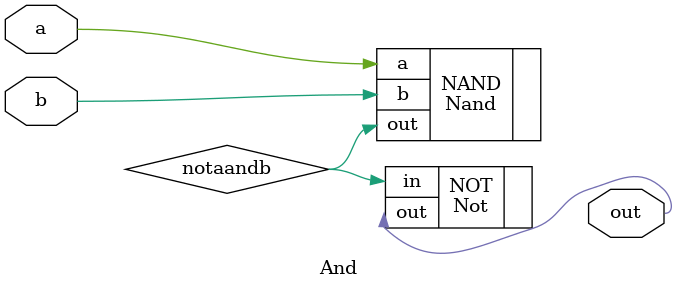
<source format=v>
/**
 * And gate: 
 * out = 1 if (a == 1 and b == 1)
 *       0 otherwise
 */

`default_nettype none

module And(
	input a,
	input b,
	output out
);
    wire notaandb;

// your implementation comes here:
    Nand NAND(.a(a), .b(b), .out(notaandb));
    Not NOT(.in(notaandb), .out(out));


endmodule

</source>
